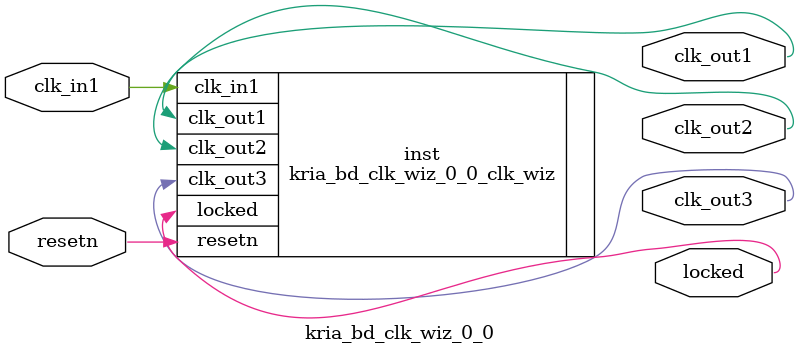
<source format=v>


`timescale 1ps/1ps

(* CORE_GENERATION_INFO = "kria_bd_clk_wiz_0_0,clk_wiz_v6_0_11_0_0,{component_name=kria_bd_clk_wiz_0_0,use_phase_alignment=false,use_min_o_jitter=false,use_max_i_jitter=false,use_dyn_phase_shift=false,use_inclk_switchover=false,use_dyn_reconfig=false,enable_axi=0,feedback_source=FDBK_AUTO,PRIMITIVE=MMCM,num_out_clk=3,clkin1_period=10.000,clkin2_period=10.000,use_power_down=false,use_reset=true,use_locked=true,use_inclk_stopped=false,feedback_type=SINGLE,CLOCK_MGR_TYPE=NA,manual_override=false}" *)

module kria_bd_clk_wiz_0_0 
 (
  // Clock out ports
  output        clk_out1,
  output        clk_out2,
  output        clk_out3,
  // Status and control signals
  input         resetn,
  output        locked,
 // Clock in ports
  input         clk_in1
 );

  kria_bd_clk_wiz_0_0_clk_wiz inst
  (
  // Clock out ports  
  .clk_out1(clk_out1),
  .clk_out2(clk_out2),
  .clk_out3(clk_out3),
  // Status and control signals               
  .resetn(resetn), 
  .locked(locked),
 // Clock in ports
  .clk_in1(clk_in1)
  );

endmodule

</source>
